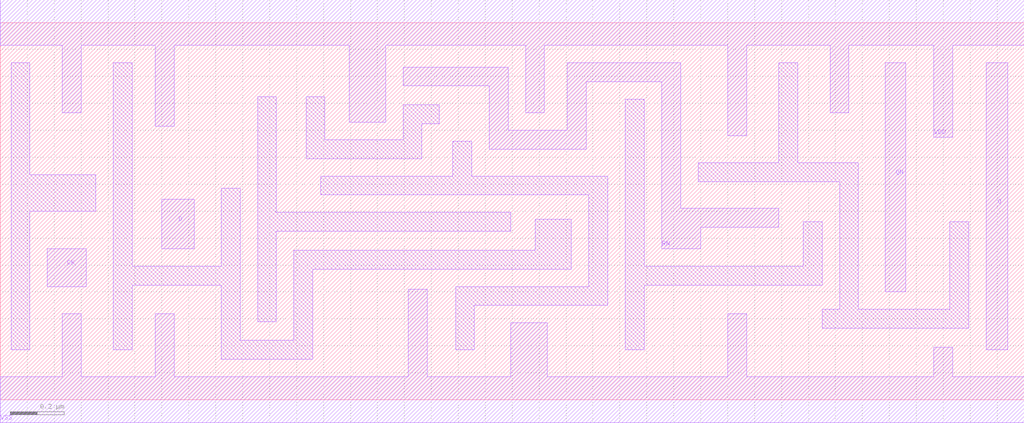
<source format=lef>
# 
# ******************************************************************************
# *                                                                            *
# *                   Copyright (C) 2004-2010, Nangate Inc.                    *
# *                           All rights reserved.                             *
# *                                                                            *
# * Nangate and the Nangate logo are trademarks of Nangate Inc.                *
# *                                                                            *
# * All trademarks, logos, software marks, and trade names (collectively the   *
# * "Marks") in this program are proprietary to Nangate or other respective    *
# * owners that have granted Nangate the right and license to use such Marks.  *
# * You are not permitted to use the Marks without the prior written consent   *
# * of Nangate or such third party that may own the Marks.                     *
# *                                                                            *
# * This file has been provided pursuant to a License Agreement containing     *
# * restrictions on its use. This file contains valuable trade secrets and     *
# * proprietary information of Nangate Inc., and is protected by U.S. and      *
# * international laws and/or treaties.                                        *
# *                                                                            *
# * The copyright notice(s) in this file does not indicate actual or intended  *
# * publication of this file.                                                  *
# *                                                                            *
# *     NGLibraryCreator, v2010.08-HR32-SP3-2010-08-05 - build 1009061800      *
# *                                                                            *
# ******************************************************************************
# 
# 
# Running on brazil06.nangate.com.br for user Giancarlo Franciscatto (gfr).
# Local time is now Fri, 3 Dec 2010, 19:32:18.
# Main process id is 27821.

VERSION 5.6 ;
BUSBITCHARS "[]" ;
DIVIDERCHAR "/" ;

MACRO DFFR_X1
  CLASS core ;
  FOREIGN DFFR_X1 0.0 0.0 ;
  ORIGIN 0 0 ;
  SYMMETRY X Y ;
  SITE FreePDK45_38x28_10R_NP_162NW_34O ;
  SIZE 3.8 BY 1.4 ;
  PIN D
    DIRECTION INPUT ;
    ANTENNAPARTIALMETALAREA 0.0222 LAYER metal1 ;
    ANTENNAPARTIALMETALSIDEAREA 0.0793 LAYER metal1 ;
    ANTENNAGATEAREA 0.03475 ;
    PORT
      LAYER metal1 ;
        POLYGON 0.6 0.56 0.72 0.56 0.72 0.745 0.6 0.745  ;
    END
  END D
  PIN RN
    DIRECTION INPUT ;
    ANTENNAPARTIALMETALAREA 0.181 LAYER metal1 ;
    ANTENNAPARTIALMETALSIDEAREA 0.6682 LAYER metal1 ;
    ANTENNAGATEAREA 0.03525 ;
    PORT
      LAYER metal1 ;
        POLYGON 1.495 1.165 1.63 1.165 1.815 1.165 1.815 0.93 2.175 0.93 2.175 1.18 2.255 1.18 2.455 1.18 2.455 0.56 2.6 0.56 2.6 0.64 2.89 0.64 2.89 0.71 2.525 0.71 2.525 1.25 2.255 1.25 2.105 1.25 2.105 1 1.885 1 1.885 1.235 1.63 1.235 1.495 1.235  ;
    END
  END RN
  PIN CK
    DIRECTION INPUT ;
    ANTENNAPARTIALMETALAREA 0.0203 LAYER metal1 ;
    ANTENNAPARTIALMETALSIDEAREA 0.0741 LAYER metal1 ;
    ANTENNAGATEAREA 0.02625 ;
    PORT
      LAYER metal1 ;
        POLYGON 0.175 0.42 0.32 0.42 0.32 0.56 0.175 0.56  ;
    END
  END CK
  PIN Q
    DIRECTION OUTPUT ;
    ANTENNAPARTIALMETALAREA 0.0852 LAYER metal1 ;
    ANTENNAPARTIALMETALSIDEAREA 0.2977 LAYER metal1 ;
    ANTENNADIFFAREA 0.109725 ;
    PORT
      LAYER metal1 ;
        POLYGON 3.66 0.185 3.74 0.185 3.74 1.25 3.66 1.25  ;
    END
  END Q
  PIN QN
    DIRECTION OUTPUT ;
    ANTENNAPARTIALMETALAREA 0.06375 LAYER metal1 ;
    ANTENNAPARTIALMETALSIDEAREA 0.2405 LAYER metal1 ;
    ANTENNADIFFAREA 0.109725 ;
    PORT
      LAYER metal1 ;
        POLYGON 3.285 0.4 3.36 0.4 3.36 1.25 3.285 1.25  ;
    END
  END QN
  PIN VDD
    DIRECTION INOUT ;
    USE power ;
    SHAPE ABUTMENT ;
    PORT
      LAYER metal1 ;
        POLYGON 0 1.315 0.23 1.315 0.23 1.065 0.3 1.065 0.3 1.315 0.355 1.315 0.575 1.315 0.575 1.015 0.645 1.015 0.645 1.315 1.295 1.315 1.295 1.03 1.43 1.03 1.43 1.315 1.63 1.315 1.95 1.315 1.95 1.065 2.02 1.065 2.02 1.315 2.255 1.315 2.7 1.315 2.7 0.98 2.77 0.98 2.77 1.315 3.08 1.315 3.08 1.065 3.15 1.065 3.15 1.315 3.465 1.315 3.465 0.975 3.535 0.975 3.535 1.315 3.595 1.315 3.8 1.315 3.8 1.485 3.595 1.485 2.255 1.485 1.63 1.485 0.355 1.485 0 1.485  ;
    END
  END VDD
  PIN VSS
    DIRECTION INOUT ;
    USE ground ;
    SHAPE ABUTMENT ;
    PORT
      LAYER metal1 ;
        POLYGON 0 -0.085 3.8 -0.085 3.8 0.085 3.535 0.085 3.535 0.195 3.465 0.195 3.465 0.085 2.77 0.085 2.77 0.32 2.7 0.32 2.7 0.085 2.03 0.085 2.03 0.285 1.895 0.285 1.895 0.085 1.585 0.085 1.585 0.41 1.515 0.41 1.515 0.085 0.645 0.085 0.645 0.32 0.575 0.32 0.575 0.085 0.3 0.085 0.3 0.32 0.23 0.32 0.23 0.085 0 0.085  ;
    END
  END VSS
  OBS
      LAYER metal1 ;
        POLYGON 0.04 0.185 0.11 0.185 0.11 0.7 0.355 0.7 0.355 0.835 0.11 0.835 0.11 1.25 0.04 1.25  ;
        POLYGON 1.135 0.895 1.565 0.895 1.565 1.025 1.63 1.025 1.63 1.095 1.495 1.095 1.495 0.965 1.205 0.965 1.205 1.125 1.135 1.125  ;
        POLYGON 0.955 0.29 1.025 0.29 1.025 0.625 1.895 0.625 1.895 0.695 1.025 0.695 1.025 1.125 0.955 1.125  ;
        POLYGON 0.42 0.185 0.49 0.185 0.49 0.425 0.82 0.425 0.82 0.15 1.16 0.15 1.16 0.485 2.12 0.485 2.12 0.67 1.985 0.67 1.985 0.555 1.09 0.555 1.09 0.22 0.89 0.22 0.89 0.785 0.82 0.785 0.82 0.495 0.49 0.495 0.49 1.25 0.42 1.25  ;
        POLYGON 1.19 0.76 2.185 0.76 2.185 0.42 1.69 0.42 1.69 0.185 1.76 0.185 1.76 0.35 2.255 0.35 2.255 0.83 1.75 0.83 1.75 0.96 1.68 0.96 1.68 0.83 1.19 0.83  ;
        POLYGON 2.32 0.185 2.39 0.185 2.39 0.425 3.05 0.425 3.05 0.66 2.98 0.66 2.98 0.495 2.39 0.495 2.39 1.115 2.32 1.115  ;
        POLYGON 2.59 0.81 3.115 0.81 3.115 0.335 3.05 0.335 3.05 0.265 3.595 0.265 3.595 0.66 3.525 0.66 3.525 0.335 3.185 0.335 3.185 0.88 2.96 0.88 2.96 1.25 2.89 1.25 2.89 0.88 2.59 0.88  ;
  END
END DFFR_X1

END LIBRARY
#
# End of file
#

</source>
